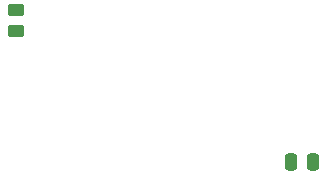
<source format=gbp>
G04 #@! TF.GenerationSoftware,KiCad,Pcbnew,(6.0.2)*
G04 #@! TF.CreationDate,2022-08-07T22:21:35-07:00*
G04 #@! TF.ProjectId,LightDrumInterface,4c696768-7444-4727-956d-496e74657266,rev?*
G04 #@! TF.SameCoordinates,Original*
G04 #@! TF.FileFunction,Paste,Bot*
G04 #@! TF.FilePolarity,Positive*
%FSLAX46Y46*%
G04 Gerber Fmt 4.6, Leading zero omitted, Abs format (unit mm)*
G04 Created by KiCad (PCBNEW (6.0.2)) date 2022-08-07 22:21:35*
%MOMM*%
%LPD*%
G01*
G04 APERTURE LIST*
G04 Aperture macros list*
%AMRoundRect*
0 Rectangle with rounded corners*
0 $1 Rounding radius*
0 $2 $3 $4 $5 $6 $7 $8 $9 X,Y pos of 4 corners*
0 Add a 4 corners polygon primitive as box body*
4,1,4,$2,$3,$4,$5,$6,$7,$8,$9,$2,$3,0*
0 Add four circle primitives for the rounded corners*
1,1,$1+$1,$2,$3*
1,1,$1+$1,$4,$5*
1,1,$1+$1,$6,$7*
1,1,$1+$1,$8,$9*
0 Add four rect primitives between the rounded corners*
20,1,$1+$1,$2,$3,$4,$5,0*
20,1,$1+$1,$4,$5,$6,$7,0*
20,1,$1+$1,$6,$7,$8,$9,0*
20,1,$1+$1,$8,$9,$2,$3,0*%
G04 Aperture macros list end*
%ADD10RoundRect,0.250000X0.250000X0.475000X-0.250000X0.475000X-0.250000X-0.475000X0.250000X-0.475000X0*%
%ADD11RoundRect,0.250000X0.450000X-0.262500X0.450000X0.262500X-0.450000X0.262500X-0.450000X-0.262500X0*%
G04 APERTURE END LIST*
D10*
X67390000Y-83500000D03*
X65490000Y-83500000D03*
D11*
X42250000Y-72412500D03*
X42250000Y-70587500D03*
M02*

</source>
